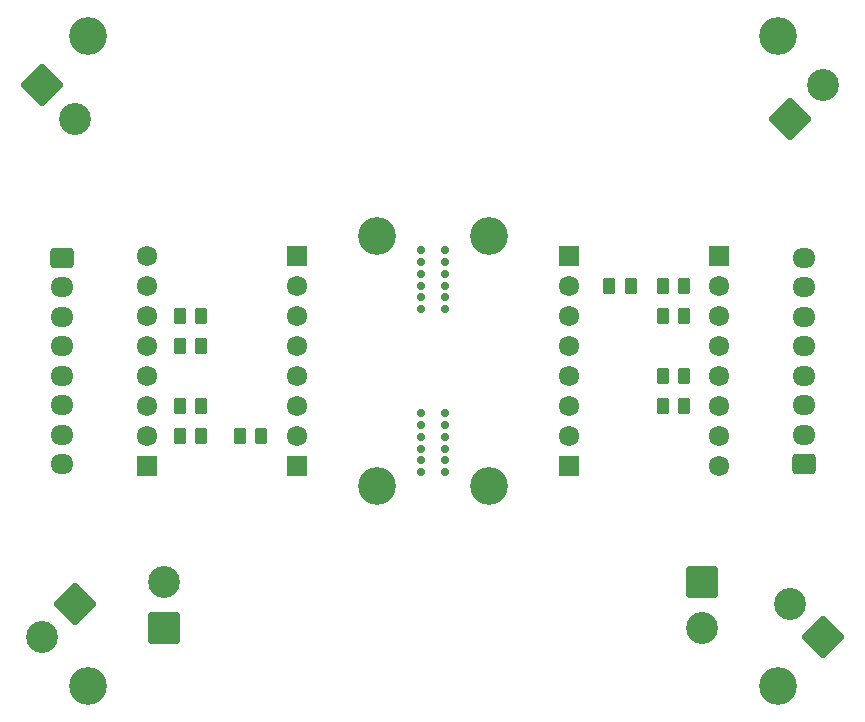
<source format=gbr>
%TF.GenerationSoftware,KiCad,Pcbnew,7.0.6*%
%TF.CreationDate,2023-12-17T00:49:34+09:00*%
%TF.ProjectId,MotorDriver_TB6612FNG_20230704,4d6f746f-7244-4726-9976-65725f544236,rev?*%
%TF.SameCoordinates,Original*%
%TF.FileFunction,Soldermask,Top*%
%TF.FilePolarity,Negative*%
%FSLAX46Y46*%
G04 Gerber Fmt 4.6, Leading zero omitted, Abs format (unit mm)*
G04 Created by KiCad (PCBNEW 7.0.6) date 2023-12-17 00:49:34*
%MOMM*%
%LPD*%
G01*
G04 APERTURE LIST*
G04 Aperture macros list*
%AMRoundRect*
0 Rectangle with rounded corners*
0 $1 Rounding radius*
0 $2 $3 $4 $5 $6 $7 $8 $9 X,Y pos of 4 corners*
0 Add a 4 corners polygon primitive as box body*
4,1,4,$2,$3,$4,$5,$6,$7,$8,$9,$2,$3,0*
0 Add four circle primitives for the rounded corners*
1,1,$1+$1,$2,$3*
1,1,$1+$1,$4,$5*
1,1,$1+$1,$6,$7*
1,1,$1+$1,$8,$9*
0 Add four rect primitives between the rounded corners*
20,1,$1+$1,$2,$3,$4,$5,0*
20,1,$1+$1,$4,$5,$6,$7,0*
20,1,$1+$1,$6,$7,$8,$9,0*
20,1,$1+$1,$8,$9,$2,$3,0*%
G04 Aperture macros list end*
%ADD10RoundRect,0.250001X1.555634X0.000000X0.000000X1.555634X-1.555634X0.000000X0.000000X-1.555634X0*%
%ADD11C,2.700000*%
%ADD12C,3.200000*%
%ADD13R,1.720000X1.720000*%
%ADD14C,1.720000*%
%ADD15C,0.700000*%
%ADD16RoundRect,0.250000X0.262500X0.450000X-0.262500X0.450000X-0.262500X-0.450000X0.262500X-0.450000X0*%
%ADD17RoundRect,0.250000X-0.262500X-0.450000X0.262500X-0.450000X0.262500X0.450000X-0.262500X0.450000X0*%
%ADD18RoundRect,0.250001X0.000000X-1.555634X1.555634X0.000000X0.000000X1.555634X-1.555634X0.000000X0*%
%ADD19RoundRect,0.250001X1.099999X-1.099999X1.099999X1.099999X-1.099999X1.099999X-1.099999X-1.099999X0*%
%ADD20RoundRect,0.250000X-0.725000X0.600000X-0.725000X-0.600000X0.725000X-0.600000X0.725000X0.600000X0*%
%ADD21O,1.950000X1.700000*%
%ADD22RoundRect,0.250000X0.725000X-0.600000X0.725000X0.600000X-0.725000X0.600000X-0.725000X-0.600000X0*%
%ADD23RoundRect,0.250001X-1.555634X0.000000X0.000000X-1.555634X1.555634X0.000000X0.000000X1.555634X0*%
%ADD24RoundRect,0.250001X0.000000X1.555634X-1.555634X0.000000X0.000000X-1.555634X1.555634X0.000000X0*%
%ADD25RoundRect,0.250001X-1.099999X1.099999X-1.099999X-1.099999X1.099999X-1.099999X1.099999X1.099999X0*%
G04 APERTURE END LIST*
D10*
%TO.C,J3*%
X137559423Y-122140720D03*
D11*
X134759280Y-119340577D03*
%TD*%
D12*
%TO.C,REF\u002A\u002A*%
X75250000Y-71300000D03*
%TD*%
D13*
%TO.C,U2*%
X93000000Y-107690000D03*
D14*
X93000000Y-105150000D03*
X93000000Y-102610000D03*
X93000000Y-100070000D03*
X93000000Y-97530000D03*
X93000000Y-94990000D03*
X93000000Y-92450000D03*
D13*
X93000000Y-89910000D03*
D14*
X80300000Y-89910000D03*
X80300000Y-92450000D03*
X80300000Y-94990000D03*
X80300000Y-97530000D03*
X80300000Y-100070000D03*
X80300000Y-102610000D03*
X80300000Y-105150000D03*
D13*
X80300000Y-107690000D03*
%TD*%
D15*
%TO.C,REF\u002A\u002A*%
X103500000Y-94400000D03*
X105500000Y-94400000D03*
X103500000Y-93400000D03*
X105500000Y-93400000D03*
X103500000Y-92400000D03*
X105500000Y-92400000D03*
X103500000Y-91400000D03*
X105500000Y-91400000D03*
X103500000Y-90400000D03*
X105500000Y-90400000D03*
X103500000Y-89400000D03*
X105500000Y-89400000D03*
%TD*%
D16*
%TO.C,R5*%
X125762500Y-100070000D03*
X123937500Y-100070000D03*
%TD*%
%TO.C,R4*%
X125762500Y-102610000D03*
X123937500Y-102610000D03*
%TD*%
D17*
%TO.C,R8*%
X83070500Y-105150000D03*
X84895500Y-105150000D03*
%TD*%
D12*
%TO.C,REF\u002A\u002A*%
X99750000Y-109400000D03*
%TD*%
%TO.C,REF\u002A\u002A*%
X109250000Y-88200000D03*
%TD*%
D16*
%TO.C,R2*%
X125762500Y-94990000D03*
X123937500Y-94990000D03*
%TD*%
D12*
%TO.C,REF\u002A\u002A*%
X99750000Y-88200000D03*
%TD*%
D18*
%TO.C,J2*%
X134759280Y-78259423D03*
D11*
X137559423Y-75459280D03*
%TD*%
D19*
%TO.C,J5*%
X81725000Y-121430000D03*
D11*
X81725000Y-117470000D03*
%TD*%
D16*
%TO.C,R3*%
X125762500Y-92450000D03*
X123937500Y-92450000D03*
%TD*%
D12*
%TO.C,REF\u002A\u002A*%
X75250000Y-126300000D03*
%TD*%
%TO.C,REF\u002A\u002A*%
X133750000Y-126300000D03*
%TD*%
D20*
%TO.C,J8*%
X73100000Y-90050000D03*
D21*
X73100000Y-92550000D03*
X73100000Y-95050000D03*
X73100000Y-97550000D03*
X73100000Y-100050000D03*
X73100000Y-102550000D03*
X73100000Y-105050000D03*
X73100000Y-107550000D03*
%TD*%
D13*
%TO.C,U1*%
X116000000Y-89910000D03*
D14*
X116000000Y-92450000D03*
X116000000Y-94990000D03*
X116000000Y-97530000D03*
X116000000Y-100070000D03*
X116000000Y-102610000D03*
X116000000Y-105150000D03*
D13*
X116000000Y-107690000D03*
D14*
X128700000Y-107690000D03*
X128700000Y-105150000D03*
X128700000Y-102610000D03*
X128700000Y-100070000D03*
X128700000Y-97530000D03*
X128700000Y-94990000D03*
X128700000Y-92450000D03*
D13*
X128700000Y-89910000D03*
%TD*%
D12*
%TO.C,REF\u002A\u002A*%
X133750000Y-71300000D03*
%TD*%
D17*
%TO.C,R9*%
X83070500Y-94990000D03*
X84895500Y-94990000D03*
%TD*%
%TO.C,R10*%
X83070500Y-97530000D03*
X84895500Y-97530000D03*
%TD*%
D22*
%TO.C,J4*%
X135900000Y-107550000D03*
D21*
X135900000Y-105050000D03*
X135900000Y-102550000D03*
X135900000Y-100050000D03*
X135900000Y-97550000D03*
X135900000Y-95050000D03*
X135900000Y-92550000D03*
X135900000Y-90050000D03*
%TD*%
D23*
%TO.C,J7*%
X71390577Y-75459280D03*
D11*
X74190720Y-78259423D03*
%TD*%
D12*
%TO.C,REF\u002A\u002A*%
X109250000Y-109400000D03*
%TD*%
D16*
%TO.C,R6*%
X89975500Y-105150000D03*
X88150500Y-105150000D03*
%TD*%
D24*
%TO.C,J6*%
X74190720Y-119340577D03*
D11*
X71390577Y-122140720D03*
%TD*%
D17*
%TO.C,R1*%
X119437500Y-92450000D03*
X121262500Y-92450000D03*
%TD*%
D25*
%TO.C,J1*%
X127275000Y-117470000D03*
D11*
X127275000Y-121430000D03*
%TD*%
D15*
%TO.C,REF\u002A\u002A*%
X103500000Y-108200000D03*
X105500000Y-108200000D03*
X103500000Y-107200000D03*
X105500000Y-107200000D03*
X103500000Y-106200000D03*
X105500000Y-106200000D03*
X103500000Y-105200000D03*
X105500000Y-105200000D03*
X103500000Y-104200000D03*
X105500000Y-104200000D03*
X103500000Y-103200000D03*
X105500000Y-103200000D03*
%TD*%
D17*
%TO.C,R7*%
X83070500Y-102610000D03*
X84895500Y-102610000D03*
%TD*%
M02*

</source>
